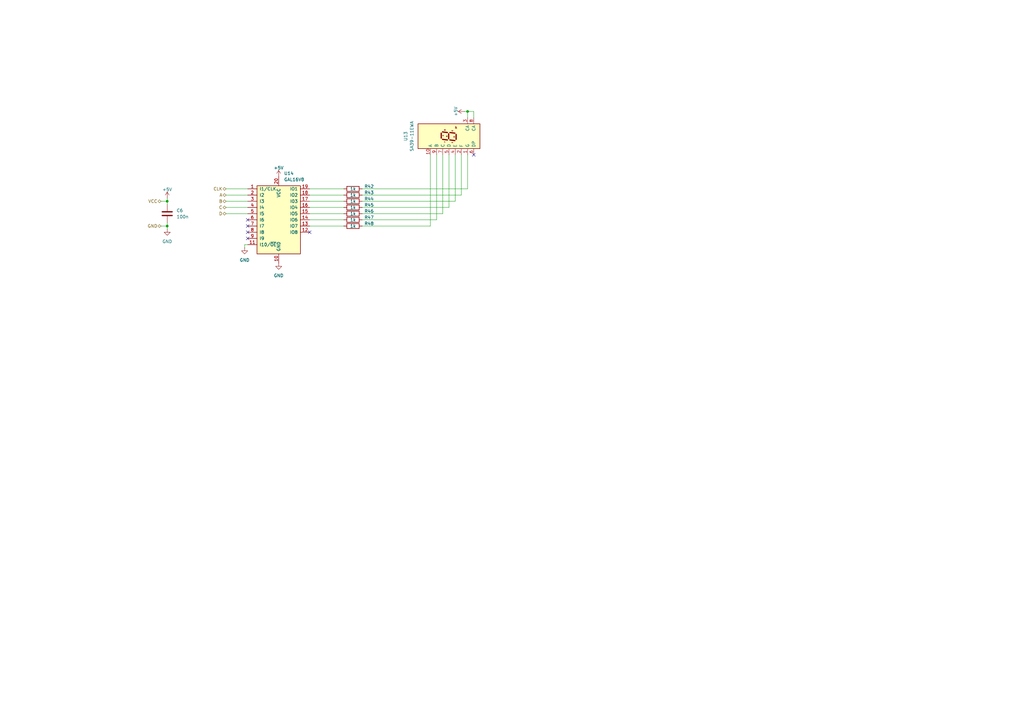
<source format=kicad_sch>
(kicad_sch (version 20231120) (generator "eeschema") (generator_version "8.0")
  (paper "A3")
  (title_block (title "SY65 Bus Card x16") (date "2024-06-16") (rev "1.0") (company "github.com/Synthron"))
  (lib_symbols
    (symbol "Device:C" (pin_numbers hide) (pin_names (offset 0.254))
      (property "Reference" "C" (at 0.635 2.54 0))
      (property "Value" "C" (at 0.635 -2.54 0))
      (symbol "C_0_1"
        (polyline (pts (xy -2.032 -0.762) (xy 2.032 -0.762)) (stroke (width 0.508)))
        (polyline (pts (xy -2.032 0.762) (xy 2.032 0.762)) (stroke (width 0.508)))
      )
      (symbol "C_1_1"
        (pin passive line (at 0 3.81 270) (length 2.794) (name "~") (number "1"))
        (pin passive line (at 0 -3.81 90) (length 2.794) (name "~") (number "2"))
      )
    )
    (symbol "Device:R" (pin_numbers hide) (pin_names (offset 0))
      (property "Reference" "R" (at 2.032 0 90))
      (property "Value" "R" (at 0 0 90))
      (symbol "R_0_1"
        (rectangle (start -1.016 -2.54) (end 1.016 2.54) (stroke (width 0.254)))
      )
      (symbol "R_1_1"
        (pin passive line (at 0 3.81 270) (length 1.27) (name "~") (number "1"))
        (pin passive line (at 0 -3.81 90) (length 1.27) (name "~") (number "2"))
      )
    )
    (symbol "Display_Character:SA39-11EWA"
      (property "Reference" "U" (at -3.81 13.97 0))
      (property "Value" "SA39-11EWA" (at 6.35 13.97 0))
      (symbol "SA39-11EWA_1_0"
        (text "A" (at 0.254 2.413 0) (effects (font (size 0.508 0.508))))
        (text "B" (at 2.54 1.651 0) (effects (font (size 0.508 0.508))))
        (text "C" (at 2.286 -1.397 0) (effects (font (size 0.508 0.508))))
        (text "D" (at -0.254 -2.159 0) (effects (font (size 0.508 0.508))))
        (text "DP" (at 3.556 -2.921 0) (effects (font (size 0.508 0.508))))
        (text "E" (at -2.54 -1.397 0) (effects (font (size 0.508 0.508))))
        (text "F" (at -2.286 1.651 0) (effects (font (size 0.508 0.508))))
        (text "G" (at 0 0.889 0) (effects (font (size 0.508 0.508))))
      )
      (symbol "SA39-11EWA_1_1"
        (rectangle (start -5.08 12.7) (end 5.08 -12.7) (stroke (width 0.254)) (fill (type background)))
        (polyline (pts (xy -1.524 -0.381) (xy -1.778 -2.413)) (stroke (width 0.508)))
        (polyline (pts (xy -1.27 -2.921) (xy 0.762 -2.921)) (stroke (width 0.508)))
        (polyline (pts (xy -1.27 2.667) (xy -1.524 0.635)) (stroke (width 0.508)))
        (polyline (pts (xy -1.016 0.127) (xy 1.016 0.127)) (stroke (width 0.508)))
        (polyline (pts (xy -0.762 3.175) (xy 1.27 3.175)) (stroke (width 0.508)))
        (polyline (pts (xy 1.524 -0.381) (xy 1.27 -2.413)) (stroke (width 0.508)))
        (polyline (pts (xy 1.778 2.667) (xy 1.524 0.635)) (stroke (width 0.508)))
        (polyline (pts (xy 2.54 -2.921) (xy 2.54 -2.921)) (stroke (width 0.508)))
        (pin input line (at -7.62 -7.62 0) (length 2.54) (name "G") (number "1"))
        (pin input line (at -7.62 7.62 0) (length 2.54) (name "A") (number "10"))
        (pin input line (at -7.62 -5.08 0) (length 2.54) (name "F") (number "2"))
        (pin input line (at 7.62 -7.62 180) (length 2.54) (name "CA") (number "3"))
        (pin input line (at -7.62 -2.54 0) (length 2.54) (name "E") (number "4"))
        (pin input line (at -7.62 0 0) (length 2.54) (name "D") (number "5"))
        (pin input line (at -7.62 -10.16 0) (length 2.54) (name "DP") (number "6"))
        (pin input line (at -7.62 2.54 0) (length 2.54) (name "C") (number "7"))
        (pin input line (at 7.62 -10.16 180) (length 2.54) (name "CA") (number "8"))
        (pin input line (at -7.62 5.08 0) (length 2.54) (name "B") (number "9"))
      )
    )
    (symbol "Logic_Programmable:GAL16V8" (pin_names (offset 1.016))
      (property "Reference" "U" (at -8.89 16.51 0))
      (property "Value" "GAL16V8" (at 1.27 16.51 0))
      (symbol "GAL16V8_0_0"
        (pin power_in line (at 0 -17.78 90) (length 3.81) (name "GND") (number "10"))
        (pin power_in line (at 0 17.78 270) (length 3.81) (name "VCC") (number "20"))
      )
      (symbol "GAL16V8_0_1"
        (rectangle (start -8.89 13.97) (end 8.89 -13.97) (stroke (width 0.254)) (fill (type background)))
      )
      (symbol "GAL16V8_1_1"
        (pin input line (at -12.7 12.7 0) (length 3.81) (name "I1/CLK") (number "1"))
        (pin input line (at -12.7 -10.16 0) (length 3.81) (name "I10/~{OE}") (number "11"))
        (pin tri_state line (at 12.7 -5.08 180) (length 3.81) (name "IO8") (number "12"))
        (pin tri_state line (at 12.7 -2.54 180) (length 3.81) (name "IO7") (number "13"))
        (pin tri_state line (at 12.7 0 180) (length 3.81) (name "IO6") (number "14"))
        (pin tri_state line (at 12.7 2.54 180) (length 3.81) (name "IO5") (number "15"))
        (pin tri_state line (at 12.7 5.08 180) (length 3.81) (name "IO4") (number "16"))
        (pin tri_state line (at 12.7 7.62 180) (length 3.81) (name "I03") (number "17"))
        (pin tri_state line (at 12.7 10.16 180) (length 3.81) (name "IO2") (number "18"))
        (pin tri_state line (at 12.7 12.7 180) (length 3.81) (name "IO1") (number "19"))
        (pin input line (at -12.7 10.16 0) (length 3.81) (name "I2") (number "2"))
        (pin input line (at -12.7 7.62 0) (length 3.81) (name "I3") (number "3"))
        (pin input line (at -12.7 5.08 0) (length 3.81) (name "I4") (number "4"))
        (pin input line (at -12.7 2.54 0) (length 3.81) (name "I5") (number "5"))
        (pin input line (at -12.7 0 0) (length 3.81) (name "I6") (number "6"))
        (pin input line (at -12.7 -2.54 0) (length 3.81) (name "I7") (number "7"))
        (pin input line (at -12.7 -5.08 0) (length 3.81) (name "I8") (number "8"))
        (pin input line (at -12.7 -7.62 0) (length 3.81) (name "I9") (number "9"))
      )
    )
    (symbol "power:+5V" (power) (pin_numbers hide) (pin_names (offset 0) hide)
      (property "Value" "+5V" (at 0 3.556 0))
      (symbol "+5V_0_1"
        (polyline (pts (xy -0.762 1.27) (xy 0 2.54)))
        (polyline (pts (xy 0 0) (xy 0 2.54)))
        (polyline (pts (xy 0 2.54) (xy 0.762 1.27)))
      )
      (symbol "+5V_1_1"
        (pin power_in line (at 0 0 90) (length 0) (name "~") (number "1"))
      )
    )
    (symbol "power:GND" (power) (pin_numbers hide) (pin_names (offset 0) hide)
      (property "Value" "GND" (at 0 -3.81 0))
      (symbol "GND_0_1"
        (polyline (pts (xy 0 0) (xy 0 -1.27) (xy 1.27 -1.27) (xy 0 -2.54) (xy -1.27 -1.27) (xy 0 -1.27)))
      )
      (symbol "GND_1_1"
        (pin power_in line (at 0 0 270) (length 0) (name "~") (number "1"))
      )
    )
  )
  (junction (at 68.58 92.71))
  (junction (at 191.77 45.72))
  (junction (at 68.58 82.55))
  (no_connect (at 101.6 90.17))
  (no_connect (at 101.6 97.79))
  (no_connect (at 101.6 92.71))
  (no_connect (at 101.6 95.25))
  (no_connect (at 127 95.25))
  (no_connect (at 194.31 63.5))
  (wire (pts (xy 92.71 85.09) (xy 101.6 85.09)))
  (wire (pts (xy 140.97 82.55) (xy 127 82.55)))
  (wire (pts (xy 191.77 45.72) (xy 194.31 45.72)))
  (wire (pts (xy 92.71 80.01) (xy 101.6 80.01)))
  (wire (pts (xy 190.5 45.72) (xy 191.77 45.72)))
  (wire (pts (xy 181.61 87.63) (xy 181.61 63.5)))
  (wire (pts (xy 179.07 90.17) (xy 179.07 63.5)))
  (wire (pts (xy 140.97 92.71) (xy 127 92.71)))
  (wire (pts (xy 191.77 77.47) (xy 191.77 63.5)))
  (wire (pts (xy 68.58 81.28) (xy 68.58 82.55)))
  (wire (pts (xy 100.33 100.33) (xy 101.6 100.33)))
  (wire (pts (xy 189.23 80.01) (xy 189.23 63.5)))
  (wire (pts (xy 148.59 92.71) (xy 176.53 92.71)))
  (wire (pts (xy 68.58 82.55) (xy 68.58 83.82)))
  (wire (pts (xy 148.59 87.63) (xy 181.61 87.63)))
  (wire (pts (xy 184.15 85.09) (xy 184.15 63.5)))
  (wire (pts (xy 68.58 93.98) (xy 68.58 92.71)))
  (wire (pts (xy 148.59 80.01) (xy 189.23 80.01)))
  (wire (pts (xy 148.59 85.09) (xy 184.15 85.09)))
  (wire (pts (xy 140.97 85.09) (xy 127 85.09)))
  (wire (pts (xy 140.97 90.17) (xy 127 90.17)))
  (wire (pts (xy 176.53 92.71) (xy 176.53 63.5)))
  (wire (pts (xy 140.97 87.63) (xy 127 87.63)))
  (wire (pts (xy 92.71 82.55) (xy 101.6 82.55)))
  (wire (pts (xy 100.33 101.6) (xy 100.33 100.33)))
  (wire (pts (xy 148.59 90.17) (xy 179.07 90.17)))
  (wire (pts (xy 68.58 92.71) (xy 66.04 92.71)))
  (wire (pts (xy 140.97 80.01) (xy 127 80.01)))
  (wire (pts (xy 148.59 77.47) (xy 191.77 77.47)))
  (wire (pts (xy 194.31 45.72) (xy 194.31 48.26)))
  (wire (pts (xy 140.97 77.47) (xy 127 77.47)))
  (wire (pts (xy 191.77 48.26) (xy 191.77 45.72)))
  (wire (pts (xy 92.71 87.63) (xy 101.6 87.63)))
  (wire (pts (xy 186.69 82.55) (xy 186.69 63.5)))
  (wire (pts (xy 148.59 82.55) (xy 186.69 82.55)))
  (wire (pts (xy 92.71 77.47) (xy 101.6 77.47)))
  (wire (pts (xy 68.58 82.55) (xy 66.04 82.55)))
  (wire (pts (xy 68.58 91.44) (xy 68.58 92.71)))
  (hierarchical_label "CLK" (shape bidirectional) (at 92.71 77.47 180))
  (hierarchical_label "B" (shape bidirectional) (at 92.71 82.55 180))
  (hierarchical_label "VCC" (shape bidirectional) (at 66.04 82.55 180))
  (hierarchical_label "A" (shape bidirectional) (at 92.71 80.01 180))
  (hierarchical_label "C" (shape bidirectional) (at 92.71 85.09 180))
  (hierarchical_label "D" (shape bidirectional) (at 92.71 87.63 180))
  (hierarchical_label "GND" (shape bidirectional) (at 66.04 92.71 180))
  (symbol (lib_id "Device:R") (at 144.78 85.09 90) (unit 1)
    (property "Reference" "R45" (at 151.384 84.074 90))
    (property "Value" "1k" (at 144.78 85.09 90))
    (property "Footprint" "Resistor_SMD:R_0805_2012Metric" (effects (hide yes)))
    (property "Description" "Resistor" (effects (hide yes)))
    (instances (project "Bus_Card" (path "" (reference "R45") (unit 1)) (path "" (reference "R10") (unit 1)) (path "" (reference "R17") (unit 1)) (path "" (reference "R31") (unit 1)) (path "" (reference "R24") (unit 1)) (path "" (reference "R38") (unit 1))))
  )
  (symbol (lib_id "power:+5V") (at 68.58 81.28 0) (unit 1)
    (property "Reference" "#PWR01034" (effects (hide yes)))
    (property "Value" "+5V" (at 68.58 77.724 0))
    (property "Description" "Power symbol creates a global label with name \"+5V\"" (effects (hide yes)))
    (instances (project "Bus_Card" (path "" (reference "#PWR01034") (unit 1)) (path "" (reference "#PWR01004") (unit 1)) (path "" (reference "#PWR01010") (unit 1)) (path "" (reference "#PWR01022") (unit 1)) (path "" (reference "#PWR01016") (unit 1)) (path "" (reference "#PWR01028") (unit 1))))
  )
  (symbol (lib_id "Device:R") (at 144.78 87.63 90) (unit 1)
    (property "Reference" "R46" (at 151.384 86.614 90))
    (property "Value" "1k" (at 144.78 87.63 90))
    (property "Footprint" "Resistor_SMD:R_0805_2012Metric" (effects (hide yes)))
    (property "Description" "Resistor" (effects (hide yes)))
    (instances (project "Bus_Card" (path "" (reference "R46") (unit 1)) (path "" (reference "R11") (unit 1)) (path "" (reference "R18") (unit 1)) (path "" (reference "R32") (unit 1)) (path "" (reference "R25") (unit 1)) (path "" (reference "R39") (unit 1))))
  )
  (symbol (lib_id "power:GND") (at 100.33 101.6 0) (unit 1)
    (property "Reference" "#PWR01037" (effects (hide yes)))
    (property "Value" "GND" (at 100.33 106.68 0))
    (property "Description" "Power symbol creates a global label with name \"GND\" , ground" (effects (hide yes)))
    (instances (project "Bus_Card" (path "" (reference "#PWR01037") (unit 1)) (path "" (reference "#PWR01007") (unit 1)) (path "" (reference "#PWR01013") (unit 1)) (path "" (reference "#PWR01025") (unit 1)) (path "" (reference "#PWR01019") (unit 1)) (path "" (reference "#PWR01031") (unit 1))))
  )
  (symbol (lib_id "Device:R") (at 144.78 90.17 90) (unit 1)
    (property "Reference" "R47" (at 151.384 89.154 90))
    (property "Value" "1k" (at 144.78 90.17 90))
    (property "Footprint" "Resistor_SMD:R_0805_2012Metric" (effects (hide yes)))
    (property "Description" "Resistor" (effects (hide yes)))
    (instances (project "Bus_Card" (path "" (reference "R47") (unit 1)) (path "" (reference "R12") (unit 1)) (path "" (reference "R19") (unit 1)) (path "" (reference "R33") (unit 1)) (path "" (reference "R26") (unit 1)) (path "" (reference "R40") (unit 1))))
  )
  (symbol (lib_id "power:+5V") (at 190.5 45.72 90) (unit 1)
    (property "Reference" "#PWR01035" (effects (hide yes)))
    (property "Value" "+5V" (at 186.944 45.72 0))
    (property "Description" "Power symbol creates a global label with name \"+5V\"" (effects (hide yes)))
    (instances (project "Bus_Card" (path "" (reference "#PWR01035") (unit 1)) (path "" (reference "#PWR01005") (unit 1)) (path "" (reference "#PWR01011") (unit 1)) (path "" (reference "#PWR01023") (unit 1)) (path "" (reference "#PWR01017") (unit 1)) (path "" (reference "#PWR01029") (unit 1))))
  )
  (symbol (lib_id "power:+5V") (at 114.3 72.39 0) (unit 1)
    (property "Reference" "#PWR01033" (effects (hide yes)))
    (property "Value" "+5V" (at 114.3 68.834 0))
    (property "Description" "Power symbol creates a global label with name \"+5V\"" (effects (hide yes)))
    (instances (project "Bus_Card" (path "" (reference "#PWR01033") (unit 1)) (path "" (reference "#PWR01003") (unit 1)) (path "" (reference "#PWR01009") (unit 1)) (path "" (reference "#PWR01021") (unit 1)) (path "" (reference "#PWR01015") (unit 1)) (path "" (reference "#PWR01027") (unit 1))))
  )
  (symbol (lib_id "Device:C") (at 68.58 87.63 0) (unit 1)
    (property "Reference" "C6" (at 72.39 86.3599 0) (effects (justify left)))
    (property "Value" "100n" (at 72.39 88.8999 0) (effects (justify left)))
    (property "Footprint" "Capacitor_SMD:C_0805_2012Metric" (effects (hide yes)))
    (property "Description" "Unpolarized capacitor" (effects (hide yes)))
    (instances (project "Bus_Card" (path "" (reference "C6") (unit 1)) (path "" (reference "C1") (unit 1)) (path "" (reference "C2") (unit 1)) (path "" (reference "C4") (unit 1)) (path "" (reference "C3") (unit 1)) (path "" (reference "C5") (unit 1))))
  )
  (symbol (lib_id "Device:R") (at 144.78 80.01 90) (unit 1)
    (property "Reference" "R43" (at 151.384 78.994 90))
    (property "Value" "1k" (at 144.78 80.01 90))
    (property "Footprint" "Resistor_SMD:R_0805_2012Metric" (effects (hide yes)))
    (property "Description" "Resistor" (effects (hide yes)))
    (instances (project "Bus_Card" (path "" (reference "R43") (unit 1)) (path "" (reference "R8") (unit 1)) (path "" (reference "R15") (unit 1)) (path "" (reference "R29") (unit 1)) (path "" (reference "R22") (unit 1)) (path "" (reference "R36") (unit 1))))
  )
  (symbol (lib_id "Device:R") (at 144.78 92.71 90) (unit 1)
    (property "Reference" "R48" (at 151.384 91.694 90))
    (property "Value" "1k" (at 144.78 92.71 90))
    (property "Footprint" "Resistor_SMD:R_0805_2012Metric" (effects (hide yes)))
    (property "Description" "Resistor" (effects (hide yes)))
    (instances (project "Bus_Card" (path "" (reference "R48") (unit 1)) (path "" (reference "R13") (unit 1)) (path "" (reference "R20") (unit 1)) (path "" (reference "R34") (unit 1)) (path "" (reference "R27") (unit 1)) (path "" (reference "R41") (unit 1))))
  )
  (symbol (lib_id "Display_Character:SA39-11EWA") (at 184.15 55.88 90) (unit 1)
    (property "Reference" "U13" (at 166.37 55.88 0))
    (property "Value" "SA39-11EWA" (at 168.91 55.88 0))
    (property "Footprint" "Display_7Segment:Sx39-1xxxxx" (effects (hide yes)))
    (property "Datasheet" "http://www.kingbrightusa.com/images/catalog/SPEC/sa39-11ewa.pdf" (effects (hide yes)))
    (property "Description" "Single digit 7 segment display, high efficiency red, common anode" (effects (hide yes)))
    (instances (project "Bus_Card" (path "" (reference "U13") (unit 1)) (path "" (reference "U3") (unit 1)) (path "" (reference "U5") (unit 1)) (path "" (reference "U9") (unit 1)) (path "" (reference "U7") (unit 1)) (path "" (reference "U11") (unit 1))))
  )
  (symbol (lib_id "power:GND") (at 114.3 107.95 0) (unit 1)
    (property "Reference" "#PWR01038" (effects (hide yes)))
    (property "Value" "GND" (at 114.3 113.03 0))
    (property "Description" "Power symbol creates a global label with name \"GND\" , ground" (effects (hide yes)))
    (instances (project "Bus_Card" (path "" (reference "#PWR01038") (unit 1)) (path "" (reference "#PWR01008") (unit 1)) (path "" (reference "#PWR01014") (unit 1)) (path "" (reference "#PWR01026") (unit 1)) (path "" (reference "#PWR01020") (unit 1)) (path "" (reference "#PWR01032") (unit 1))))
  )
  (symbol (lib_id "Device:R") (at 144.78 77.47 90) (unit 1)
    (property "Reference" "R42" (at 151.384 76.454 90))
    (property "Value" "1k" (at 144.78 77.47 90))
    (property "Footprint" "Resistor_SMD:R_0805_2012Metric" (effects (hide yes)))
    (property "Description" "Resistor" (effects (hide yes)))
    (instances (project "Bus_Card" (path "" (reference "R42") (unit 1)) (path "" (reference "R7") (unit 1)) (path "" (reference "R14") (unit 1)) (path "" (reference "R28") (unit 1)) (path "" (reference "R21") (unit 1)) (path "" (reference "R35") (unit 1))))
  )
  (symbol (lib_id "Logic_Programmable:GAL16V8") (at 114.3 90.17 0) (unit 1)
    (property "Reference" "U14" (at 116.4941 71.12 0) (effects (justify left)))
    (property "Value" "GAL16V8" (at 116.4941 73.66 0) (effects (justify left)))
    (property "Footprint" "Package_DIP:DIP-20_W7.62mm_Socket_LongPads" (effects (hide yes)))
    (property "Description" "Programmable Logic Array, DIP-20/SOIC-20/PLCC-20" (effects (hide yes)))
    (instances (project "Bus_Card" (path "" (reference "U14") (unit 1)) (path "" (reference "U4") (unit 1)) (path "" (reference "U6") (unit 1)) (path "" (reference "U10") (unit 1)) (path "" (reference "U8") (unit 1)) (path "" (reference "U12") (unit 1))))
  )
  (symbol (lib_id "power:GND") (at 68.58 93.98 0) (unit 1)
    (property "Reference" "#PWR01036" (effects (hide yes)))
    (property "Value" "GND" (at 68.58 99.06 0))
    (property "Description" "Power symbol creates a global label with name \"GND\" , ground" (effects (hide yes)))
    (instances (project "Bus_Card" (path "" (reference "#PWR01036") (unit 1)) (path "" (reference "#PWR01006") (unit 1)) (path "" (reference "#PWR01012") (unit 1)) (path "" (reference "#PWR01024") (unit 1)) (path "" (reference "#PWR01018") (unit 1)) (path "" (reference "#PWR01030") (unit 1))))
  )
  (symbol (lib_id "Device:R") (at 144.78 82.55 90) (unit 1)
    (property "Reference" "R44" (at 151.384 81.534 90))
    (property "Value" "1k" (at 144.78 82.55 90))
    (property "Footprint" "Resistor_SMD:R_0805_2012Metric" (effects (hide yes)))
    (property "Description" "Resistor" (effects (hide yes)))
    (instances (project "Bus_Card" (path "" (reference "R44") (unit 1)) (path "" (reference "R9") (unit 1)) (path "" (reference "R16") (unit 1)) (path "" (reference "R30") (unit 1)) (path "" (reference "R23") (unit 1)) (path "" (reference "R37") (unit 1))))
  )
)
</source>
